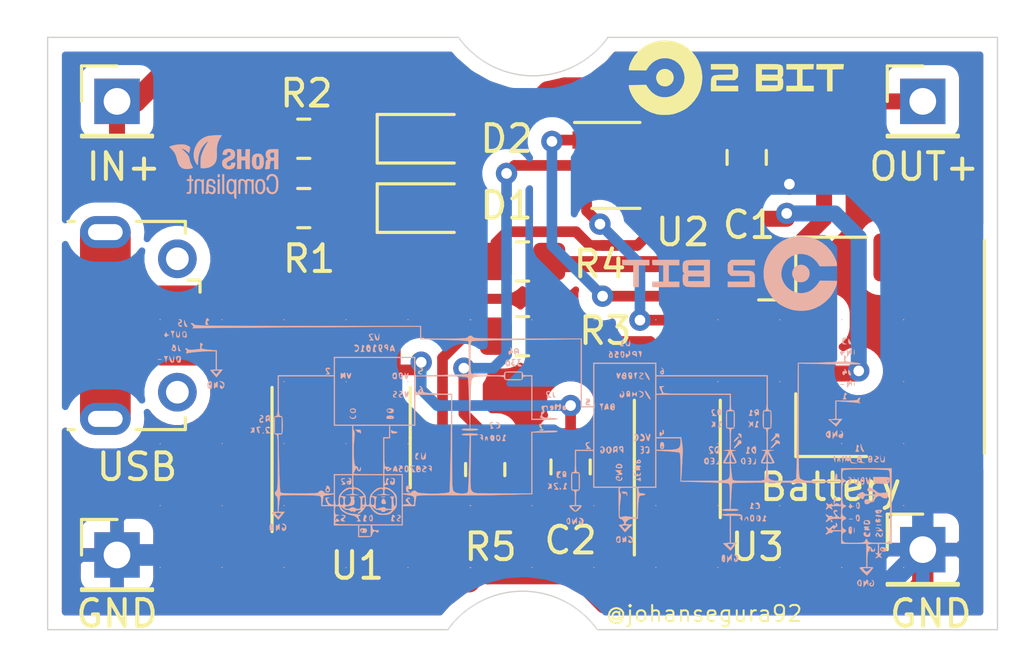
<source format=kicad_pcb>
(kicad_pcb (version 20171130) (host pcbnew "(5.1.10)-1")
  (layers (0 F.Cu signal) (31 B.Cu signal) (34 B.Paste user) (35 F.Paste user) (36 B.SilkS user) (37 F.SilkS user) (38 B.Mask user) (39 F.Mask user) (44 Edge.Cuts user))
  (net 0 "")
  (net 1 "Net-(U2-Pad1)")
  (net 2 "Net-(R5-Pad2)")
  (net 3 "Net-(U2-Pad3)")
  (net 4 "Net-(C2-Pad2)")
  (net 5 "Net-(C2-Pad1)")
  (net 6 GND)
  (net 7 "Net-(C1-Pad1)")
  (net 8 "Net-(D1-Pad1)")
  (net 9 "Net-(D2-Pad1)")
  (net 10 "Net-(J1-Pad6)")
  (net 11 "Net-(J1-Pad4)")
  (net 12 "Net-(J1-Pad3)")
  (net 13 "Net-(J1-Pad2)")
  (net 14 "Net-(J2-Pad1)")
  (net 15 "Net-(R1-Pad2)")
  (net 16 "Net-(R2-Pad2)")
  (net 17 "Net-(R3-Pad2)")
  (net 18 "Net-(U3-Pad1)")
  (module wrx:rohs (layer B.Cu) (at 121 74.25 180)
    (fp_text reference G*** hide)
    (fp_text value LOGO hide)
  )
  (module wrx:2bit_little (layer B.Cu) (at 140 78.25 180)
    (fp_text reference G*** hide)
    (fp_text value LOGO hide)
  )
  (module wrx:sche (layer B.Cu) (at 132.75 84.5 180)
    (fp_text reference G*** hide)
    (fp_text value LOGO hide)
  )
  (module wrx:2bit_little (layer F.Cu) (at 140.168678 70.910568)
    (fp_text reference G*** hide)
    (fp_text value LOGO hide)
  )
  (module Connector_USB:USB_Micro-B_Molex-105017-0001 (layer F.Cu) (at 117.8 80.2 270)
    (fp_text reference USB (at 5.3 0.05 180) (layer F.SilkS))
    (fp_text value USB_B_Mini)
    (pad 6 smd rect (at -2.9 1.2375 270) (size 1.2 1.9) (layers F.Cu F.Mask) (net 10 "Net-(J1-Pad6)"))
    (pad 6 smd rect (at 2.9 1.2375 270) (size 1.2 1.9) (layers F.Cu F.Mask) (net 10 "Net-(J1-Pad6)"))
    (pad 6 thru_hole oval (at 3.5 1.2375 270) (size 1.2 1.9) (drill oval 0.6 1.3) (layers *.Cu *.Mask) (net 10 "Net-(J1-Pad6)"))
    (pad 6 thru_hole oval (at -3.5 1.2375 90) (size 1.2 1.9) (drill oval 0.6 1.3) (layers *.Cu *.Mask) (net 10 "Net-(J1-Pad6)"))
    (pad 6 smd rect (at -1 1.2375 270) (size 1.5 1.9) (layers F.Cu F.Paste F.Mask) (net 10 "Net-(J1-Pad6)"))
    (pad 6 thru_hole circle (at 2.5 -1.4625 270) (size 1.45 1.45) (drill 0.85) (layers *.Cu *.Mask) (net 10 "Net-(J1-Pad6)"))
    (pad 3 smd rect (at 0 -1.4625 270) (size 0.4 1.35) (layers F.Cu F.Paste F.Mask) (net 12 "Net-(J1-Pad3)"))
    (pad 4 smd rect (at 0.65 -1.4625 270) (size 0.4 1.35) (layers F.Cu F.Paste F.Mask) (net 11 "Net-(J1-Pad4)"))
    (pad 5 smd rect (at 1.3 -1.4625 270) (size 0.4 1.35) (layers F.Cu F.Paste F.Mask) (net 6 GND))
    (pad 1 smd rect (at -1.3 -1.4625 270) (size 0.4 1.35) (layers F.Cu F.Paste F.Mask) (net 7 "Net-(C1-Pad1)"))
    (pad 2 smd rect (at -0.65 -1.4625 270) (size 0.4 1.35) (layers F.Cu F.Paste F.Mask) (net 13 "Net-(J1-Pad2)"))
    (pad 6 thru_hole circle (at -2.5 -1.4625 270) (size 1.45 1.45) (drill 0.85) (layers *.Cu *.Mask) (net 10 "Net-(J1-Pad6)"))
    (pad 6 smd rect (at 1 1.2375 270) (size 1.5 1.9) (layers F.Cu F.Paste F.Mask) (net 10 "Net-(J1-Pad6)"))
  )
  (module Connector_PinHeader_2.54mm:PinHeader_1x01_P2.54mm_Vertical (layer F.Cu) (at 147.2 88.6)
    (fp_text reference GND (at 0.3 2.4 180) (layer F.SilkS))
    (fp_text value OUT-)
    (pad 1 thru_hole rect (at 0 0) (size 1.7 1.7) (drill 1) (layers *.Cu *.Mask) (net 6 GND))
  )
  (module Connector_PinHeader_2.54mm:PinHeader_1x01_P2.54mm_Vertical (layer F.Cu) (at 147.2 71.8)
    (fp_text reference OUT+ (at 0.05 2.45) (layer F.SilkS))
    (fp_text value OUT+)
    (pad 1 thru_hole rect (at 0 0) (size 1.7 1.7) (drill 1) (layers *.Cu *.Mask) (net 5 "Net-(C2-Pad1)"))
  )
  (module Connector_PinHeader_2.54mm:PinHeader_1x01_P2.54mm_Vertical (layer F.Cu) (at 117 88.8)
    (fp_text reference GND (at 0 2.2) (layer F.SilkS))
    (fp_text value IN-)
    (pad 1 thru_hole rect (at 0 0) (size 1.7 1.7) (drill 1) (layers *.Cu *.Mask) (net 6 GND))
  )
  (module Connector_PinHeader_2.54mm:PinHeader_1x01_P2.54mm_Vertical (layer F.Cu) (at 117 71.8)
    (fp_text reference IN+ (at 0.25 2.45) (layer F.SilkS))
    (fp_text value IN+)
    (pad 1 thru_hole rect (at 0 0) (size 1.7 1.7) (drill 1) (layers *.Cu *.Mask) (net 7 "Net-(C1-Pad1)"))
  )
  (module Connector_Molex:Molex_CLIK-Mate_502443-0270_1x02-1MP_P2.00mm_Vertical (layer F.Cu) (at 145 81 270)
    (fp_text reference Battery (at 5.25 1.25 180) (layer F.SilkS))
    (fp_text value Battery)
    (pad MP smd roundrect (at 3.35 -2.15 270) (size 1.8 3.6) (layers F.Cu F.Paste F.Mask) (roundrect_rratio 0.138889))
    (pad MP smd roundrect (at -3.35 -2.15 270) (size 1.8 3.6) (layers F.Cu F.Paste F.Mask) (roundrect_rratio 0.138889))
    (pad 2 smd roundrect (at 1 2.5 270) (size 1 2.9) (layers F.Cu F.Paste F.Mask) (net 4 "Net-(C2-Pad2)"))
    (pad 1 smd roundrect (at -1 2.5 270) (size 1 2.9) (layers F.Cu F.Paste F.Mask) (net 14 "Net-(J2-Pad1)"))
  )
  (module Package_SO:TSSOP-8_4.4x3mm_P0.65mm (layer F.Cu) (at 138 85.2 90)
    (fp_text reference U3 (at -3.3 3 180) (layer F.SilkS))
    (fp_text value FS8205A)
    (pad 8 smd roundrect (at 2.8625 -0.975 90) (size 1.475 0.4) (layers F.Cu F.Paste F.Mask) (net 18 "Net-(U3-Pad1)"))
    (pad 7 smd roundrect (at 2.8625 -0.325 90) (size 1.475 0.4) (layers F.Cu F.Paste F.Mask) (net 6 GND))
    (pad 6 smd roundrect (at 2.8625 0.325 90) (size 1.475 0.4) (layers F.Cu F.Paste F.Mask) (net 6 GND))
    (pad 5 smd roundrect (at 2.8625 0.975 90) (size 1.475 0.4) (layers F.Cu F.Paste F.Mask) (net 3 "Net-(U2-Pad3)"))
    (pad 4 smd roundrect (at -2.8625 0.975 90) (size 1.475 0.4) (layers F.Cu F.Paste F.Mask) (net 1 "Net-(U2-Pad1)"))
    (pad 3 smd roundrect (at -2.8625 0.325 90) (size 1.475 0.4) (layers F.Cu F.Paste F.Mask) (net 4 "Net-(C2-Pad2)"))
    (pad 2 smd roundrect (at -2.8625 -0.325 90) (size 1.475 0.4) (layers F.Cu F.Paste F.Mask) (net 4 "Net-(C2-Pad2)"))
    (pad 1 smd roundrect (at -2.8625 -0.975 90) (size 1.475 0.4) (layers F.Cu F.Paste F.Mask) (net 18 "Net-(U3-Pad1)"))
  )
  (module Package_SO:SOP-8_3.76x4.96mm_P1.27mm (layer F.Cu) (at 125.4 84.4 90)
    (fp_text reference U1 (at -4.8 0.6 180) (layer F.SilkS))
    (fp_text value TP4056)
    (pad 8 smd roundrect (at 2.5375 -1.905 90) (size 1.975 0.65) (layers F.Cu F.Paste F.Mask) (net 7 "Net-(C1-Pad1)"))
    (pad 7 smd roundrect (at 2.5375 -0.635 90) (size 1.975 0.65) (layers F.Cu F.Paste F.Mask) (net 16 "Net-(R2-Pad2)"))
    (pad 6 smd roundrect (at 2.5375 0.635 90) (size 1.975 0.65) (layers F.Cu F.Paste F.Mask) (net 15 "Net-(R1-Pad2)"))
    (pad 5 smd roundrect (at 2.5375 1.905 90) (size 1.975 0.65) (layers F.Cu F.Paste F.Mask) (net 5 "Net-(C2-Pad1)"))
    (pad 4 smd roundrect (at -2.5375 1.905 90) (size 1.975 0.65) (layers F.Cu F.Paste F.Mask) (net 7 "Net-(C1-Pad1)"))
    (pad 3 smd roundrect (at -2.5375 0.635 90) (size 1.975 0.65) (layers F.Cu F.Paste F.Mask) (net 6 GND))
    (pad 2 smd roundrect (at -2.5375 -0.635 90) (size 1.975 0.65) (layers F.Cu F.Paste F.Mask) (net 17 "Net-(R3-Pad2)"))
    (pad 1 smd roundrect (at -2.5375 -1.905 90) (size 1.975 0.65) (layers F.Cu F.Paste F.Mask) (net 6 GND))
  )
  (module Resistor_SMD:R_0805_2012Metric_Pad1.20x1.40mm_HandSolder (layer F.Cu) (at 130.8 85.6 90)
    (fp_text reference R5 (at -2.9 0.2 180) (layer F.SilkS))
    (fp_text value 2.7K)
    (pad 2 smd roundrect (at 1 0 90) (size 1.2 1.4) (layers F.Cu F.Paste F.Mask) (roundrect_rratio 0.208333) (net 2 "Net-(R5-Pad2)"))
    (pad 1 smd roundrect (at -1 0 90) (size 1.2 1.4) (layers F.Cu F.Paste F.Mask) (roundrect_rratio 0.208333) (net 6 GND))
  )
  (module Resistor_SMD:R_0805_2012Metric_Pad1.20x1.40mm_HandSolder (layer F.Cu) (at 132.2 77.8)
    (fp_text reference R4 (at 2.9 0.1) (layer F.SilkS))
    (fp_text value 330)
    (pad 2 smd roundrect (at 1 0) (size 1.2 1.4) (layers F.Cu F.Paste F.Mask) (roundrect_rratio 0.208333) (net 14 "Net-(J2-Pad1)"))
    (pad 1 smd roundrect (at -1 0) (size 1.2 1.4) (layers F.Cu F.Paste F.Mask) (roundrect_rratio 0.208333) (net 5 "Net-(C2-Pad1)"))
  )
  (module Resistor_SMD:R_0805_2012Metric_Pad1.20x1.40mm_HandSolder (layer F.Cu) (at 132.2 80.6 180)
    (fp_text reference R3 (at -3.1 0.2) (layer F.SilkS))
    (fp_text value 1.2K)
    (pad 2 smd roundrect (at 1 0 180) (size 1.2 1.4) (layers F.Cu F.Paste F.Mask) (roundrect_rratio 0.208333) (net 17 "Net-(R3-Pad2)"))
    (pad 1 smd roundrect (at -1 0 180) (size 1.2 1.4) (layers F.Cu F.Paste F.Mask) (roundrect_rratio 0.208333) (net 6 GND))
  )
  (module Resistor_SMD:R_0805_2012Metric_Pad1.20x1.40mm_HandSolder (layer F.Cu) (at 124 73.2 180)
    (fp_text reference R2 (at -0.1 1.7) (layer F.SilkS))
    (fp_text value 1K)
    (pad 2 smd roundrect (at 1 0 180) (size 1.2 1.4) (layers F.Cu F.Paste F.Mask) (roundrect_rratio 0.208333) (net 16 "Net-(R2-Pad2)"))
    (pad 1 smd roundrect (at -1 0 180) (size 1.2 1.4) (layers F.Cu F.Paste F.Mask) (roundrect_rratio 0.208333) (net 9 "Net-(D2-Pad1)"))
  )
  (module Resistor_SMD:R_0805_2012Metric_Pad1.20x1.40mm_HandSolder (layer F.Cu) (at 124 75.8 180)
    (fp_text reference R1 (at -0.2 -1.9) (layer F.SilkS))
    (fp_text value 1K)
    (pad 2 smd roundrect (at 1 0 180) (size 1.2 1.4) (layers F.Cu F.Paste F.Mask) (roundrect_rratio 0.208333) (net 15 "Net-(R1-Pad2)"))
    (pad 1 smd roundrect (at -1 0 180) (size 1.2 1.4) (layers F.Cu F.Paste F.Mask) (roundrect_rratio 0.208333) (net 8 "Net-(D1-Pad1)"))
  )
  (module LED_SMD:LED_0805_2012Metric_Castellated (layer F.Cu) (at 128.6375 73.2)
    (fp_text reference D2 (at 2.9625 0) (layer F.SilkS))
    (fp_text value LED)
    (pad 2 smd roundrect (at 0.9625 0) (size 1.325 1.3) (layers F.Cu F.Paste F.Mask) (roundrect_rratio 0.192308) (net 7 "Net-(C1-Pad1)"))
    (pad 1 smd roundrect (at -0.9625 0) (size 1.325 1.3) (layers F.Cu F.Paste F.Mask) (roundrect_rratio 0.192308) (net 9 "Net-(D2-Pad1)"))
  )
  (module LED_SMD:LED_0805_2012Metric_Castellated (layer F.Cu) (at 128.6375 75.8)
    (fp_text reference D1 (at 2.9625 -0.1) (layer F.SilkS))
    (fp_text value LED)
    (pad 2 smd roundrect (at 0.9625 0) (size 1.325 1.3) (layers F.Cu F.Paste F.Mask) (roundrect_rratio 0.192308) (net 7 "Net-(C1-Pad1)"))
    (pad 1 smd roundrect (at -0.9625 0) (size 1.325 1.3) (layers F.Cu F.Paste F.Mask) (roundrect_rratio 0.192308) (net 8 "Net-(D1-Pad1)"))
  )
  (module Capacitor_SMD:C_0805_2012Metric (layer F.Cu) (at 134 85.5 270)
    (fp_text reference C2 (at 2.75 0 180) (layer F.SilkS))
    (fp_text value 100nF)
    (pad 2 smd roundrect (at 0.95 0 270) (size 1 1.45) (layers F.Cu F.Paste F.Mask) (net 4 "Net-(C2-Pad2)"))
    (pad 1 smd roundrect (at -0.95 0 270) (size 1 1.45) (layers F.Cu F.Paste F.Mask) (net 5 "Net-(C2-Pad1)"))
  )
  (module Capacitor_SMD:C_0805_2012Metric (layer F.Cu) (at 140.6 73.9 270)
    (fp_text reference C1 (at 2.52928 -0.087318 180) (layer F.SilkS))
    (fp_text value 100nF)
    (pad 2 smd roundrect (at 0.95 0 270) (size 1 1.45) (layers F.Cu F.Paste F.Mask) (net 6 GND))
    (pad 1 smd roundrect (at -0.95 0 270) (size 1 1.45) (layers F.Cu F.Paste F.Mask) (net 7 "Net-(C1-Pad1)"))
  )
  (module Package_TO_SOT_SMD:SOT-23-6 (layer F.Cu) (at 135.7 74.2)
    (fp_text reference U2 (at 2.5 2.5) (layer F.SilkS))
    (fp_text value AP9101C)
    (pad 1 smd rect (at -1.1 -0.95) (size 1.06 0.65) (layers F.Cu F.Paste F.Mask) (net 1 "Net-(U2-Pad1)"))
    (pad 2 smd rect (at -1.1 0) (size 1.06 0.65) (layers F.Cu F.Paste F.Mask) (net 2 "Net-(R5-Pad2)"))
    (pad 3 smd rect (at -1.1 0.95) (size 1.06 0.65) (layers F.Cu F.Paste F.Mask) (net 3 "Net-(U2-Pad3)"))
    (pad 4 smd rect (at 1.1 0.95) (size 1.06 0.65) (layers F.Cu F.Paste F.Mask))
    (pad 6 smd rect (at 1.1 -0.95) (size 1.06 0.65) (layers F.Cu F.Paste F.Mask) (net 4 "Net-(C2-Pad2)"))
    (pad 5 smd rect (at 1.1 0) (size 1.06 0.65) (layers F.Cu F.Paste F.Mask) (net 5 "Net-(C2-Pad1)"))
  )
  (gr_text @johansegura92 (at 139 91) (layer F.SilkS) (effects (font (size 0.6 0.6) (thickness 0.075))))
  (gr_line (start 135.4 69.4) (end 150 69.4) (layer Edge.Cuts) (width 0.05))
  (gr_line (start 135 91.6) (end 150 91.6) (layer Edge.Cuts) (width 0.05))
  (gr_arc (start 132.6 67.4) (end 129.8 69.4) (angle -108.9246444) (layer Edge.Cuts) (width 0.05))
  (gr_arc (start 132.2 93.6) (end 135 91.6) (angle -108.9246444) (layer Edge.Cuts) (width 0.05))
  (gr_line (start 114.4 91.6) (end 114.4 69.4) (layer Edge.Cuts) (width 0.05))
  (gr_line (start 129.4 91.6) (end 114.4 91.6) (layer Edge.Cuts) (width 0.05))
  (gr_line (start 150 69.4) (end 150 91.6) (layer Edge.Cuts) (width 0.05))
  (gr_line (start 114.4 69.4) (end 129.8 69.4) (layer Edge.Cuts) (width 0.05))
  (via (at 133.3 73.3) (size 0.8) (drill 0.4) (layers F.Cu B.Cu) (net 1))
  (segment (start 133.35 73.25) (end 133.3 73.3) (width 0.4) (layer F.Cu) (net 1))
  (segment (start 134.6 73.25) (end 133.35 73.25) (width 0.4) (layer F.Cu) (net 1))
  (segment (start 133.3 73.3) (end 133.3 76.9) (width 0.4) (layer B.Cu) (net 1))
  (segment (start 133.3 76.9) (end 133.3 77.2) (width 0.4) (layer B.Cu) (net 1))
  (via (at 135.2 79.1) (size 0.8) (drill 0.4) (layers F.Cu B.Cu) (net 1))
  (segment (start 133.3 77.2) (end 135.2 79.1) (width 0.4) (layer B.Cu) (net 1))
  (segment (start 138.975 88.0625) (end 140.191062 86.846438) (width 0.4) (layer F.Cu) (net 1))
  (segment (start 140.191062 86.846438) (end 140.191062 81.191062) (width 0.4) (layer F.Cu) (net 1))
  (segment (start 140.191062 81.191062) (end 138.1 79.1) (width 0.4) (layer F.Cu) (net 1))
  (segment (start 138.1 79.1) (end 135.2 79.1) (width 0.4) (layer F.Cu) (net 1))
  (segment (start 130.8 84.6) (end 130.8 84.3) (width 0.4) (layer F.Cu) (net 2))
  (segment (start 130.8 84.3) (end 130 83.5) (width 0.4) (layer F.Cu) (net 2))
  (segment (start 130 83.5) (end 130 82.4) (width 0.4) (layer F.Cu) (net 2))
  (segment (start 130 82.4) (end 130 81.8) (width 0.4) (layer F.Cu) (net 2))
  (via (at 130 81.8) (size 0.8) (drill 0.4) (layers F.Cu B.Cu) (net 2))
  (via (at 131.6 74.5) (size 0.8) (drill 0.4) (layers F.Cu B.Cu) (net 2))
  (segment (start 131.9 74.2) (end 134.6 74.2) (width 0.4) (layer F.Cu) (net 2))
  (segment (start 131.6 74.5) (end 131.9 74.2) (width 0.4) (layer F.Cu) (net 2))
  (segment (start 131.6 81.3) (end 131.6 74.5) (width 0.4) (layer B.Cu) (net 2))
  (segment (start 131.1 81.8) (end 131.6 81.3) (width 0.4) (layer B.Cu) (net 2))
  (segment (start 130 81.8) (end 131.1 81.8) (width 0.4) (layer B.Cu) (net 2))
  (segment (start 138.975 82.3375) (end 138.975 81.275) (width 0.4) (layer F.Cu) (net 3))
  (segment (start 138.975 81.275) (end 137.7 80) (width 0.4) (layer F.Cu) (net 3))
  (via (at 136.6 80) (size 0.8) (drill 0.4) (layers F.Cu B.Cu) (net 3))
  (segment (start 137.7 80) (end 136.6 80) (width 0.4) (layer F.Cu) (net 3))
  (segment (start 136.6 77.9) (end 135.1 76.4) (width 0.4) (layer B.Cu) (net 3))
  (segment (start 136.6 80) (end 136.6 77.9) (width 0.4) (layer B.Cu) (net 3))
  (via (at 135.1 76.4) (size 0.8) (drill 0.4) (layers F.Cu B.Cu) (net 3))
  (segment (start 134.6 75.9) (end 135.1 76.4) (width 0.4) (layer F.Cu) (net 3))
  (segment (start 134.6 75.15) (end 134.6 75.9) (width 0.4) (layer F.Cu) (net 3))
  (segment (start 137.675 88.0625) (end 138.325 88.0625) (width 0.4) (layer F.Cu) (net 4))
  (segment (start 137.675 88.0625) (end 137.675 88.925) (width 0.4) (layer F.Cu) (net 4))
  (segment (start 137.675 88.925) (end 137.3 89.3) (width 0.4) (layer F.Cu) (net 4))
  (segment (start 137.3 89.3) (end 135.7 89.3) (width 0.4) (layer F.Cu) (net 4))
  (segment (start 134 87.6) (end 134 86.45) (width 0.4) (layer F.Cu) (net 4))
  (segment (start 135.7 89.3) (end 134 87.6) (width 0.4) (layer F.Cu) (net 4))
  (segment (start 142.5 87.4) (end 142.5 82) (width 0.4) (layer F.Cu) (net 4))
  (segment (start 140.575 89.325) (end 142.5 87.4) (width 0.4) (layer F.Cu) (net 4))
  (segment (start 138.475 89.325) (end 140.575 89.325) (width 0.4) (layer F.Cu) (net 4))
  (segment (start 138.325 89.175) (end 138.475 89.325) (width 0.4) (layer F.Cu) (net 4))
  (segment (start 138.325 88.0625) (end 138.325 89.175) (width 0.4) (layer F.Cu) (net 4))
  (via (at 142.1 76) (size 0.8) (drill 0.4) (layers F.Cu B.Cu) (net 4))
  (via (at 144.8 81.9) (size 0.8) (drill 0.4) (layers F.Cu B.Cu) (net 4))
  (segment (start 144.7 82) (end 144.8 81.9) (width 0.6) (layer F.Cu) (net 4))
  (segment (start 142.5 82) (end 144.7 82) (width 0.6) (layer F.Cu) (net 4))
  (segment (start 139.464322 76.2) (end 139.8 76.2) (width 0.6) (layer F.Cu) (net 4))
  (segment (start 139.8 76.2) (end 142.1 76.2) (width 0.6) (layer F.Cu) (net 4))
  (segment (start 138.65 73.25) (end 136.8 73.25) (width 0.6) (layer F.Cu) (net 4))
  (segment (start 139 73.6) (end 138.65 73.25) (width 0.6) (layer F.Cu) (net 4))
  (segment (start 139 75.7) (end 139 73.6) (width 0.6) (layer F.Cu) (net 4))
  (segment (start 139.5 76.2) (end 139 75.7) (width 0.6) (layer F.Cu) (net 4))
  (segment (start 139.8 76.2) (end 139.5 76.2) (width 0.6) (layer F.Cu) (net 4))
  (segment (start 142.1 76) (end 143.9 76) (width 0.6) (layer B.Cu) (net 4))
  (segment (start 144.8 76.9) (end 144.8 79.5) (width 0.6) (layer B.Cu) (net 4))
  (segment (start 143.9 76) (end 144.8 76.9) (width 0.6) (layer B.Cu) (net 4))
  (segment (start 144.8 79.5) (end 144.8 81.9) (width 0.6) (layer B.Cu) (net 4))
  (segment (start 127.305 81.8625) (end 127.305 78.695) (width 0.4) (layer F.Cu) (net 5))
  (segment (start 128.2 77.8) (end 131.2 77.8) (width 0.4) (layer F.Cu) (net 5))
  (segment (start 127.305 78.695) (end 128.2 77.8) (width 0.4) (layer F.Cu) (net 5))
  (segment (start 128.114186 81.8625) (end 128.399988 81.576698) (width 0.4) (layer F.Cu) (net 5))
  (segment (start 127.305 81.8625) (end 128.114186 81.8625) (width 0.4) (layer F.Cu) (net 5))
  (via (at 128.399988 81.576698) (size 0.8) (drill 0.4) (layers F.Cu B.Cu) (net 5))
  (via (at 134 83.2) (size 0.8) (drill 0.4) (layers F.Cu B.Cu) (net 5))
  (segment (start 134 84.55) (end 134 83.2) (width 0.4) (layer F.Cu) (net 5))
  (segment (start 134 83.2) (end 129 83.2) (width 0.4) (layer B.Cu) (net 5))
  (segment (start 128.399988 82.599988) (end 128.399988 81.576698) (width 0.4) (layer B.Cu) (net 5))
  (segment (start 129 83.2) (end 128.399988 82.599988) (width 0.4) (layer B.Cu) (net 5))
  (segment (start 137.7 74.2) (end 138 74.5) (width 0.6) (layer F.Cu) (net 5))
  (segment (start 136.8 74.2) (end 137.7 74.2) (width 0.6) (layer F.Cu) (net 5))
  (segment (start 138.1 76.6) (end 138.1 74.6) (width 0.6) (layer F.Cu) (net 5))
  (segment (start 138.1 74.6) (end 138 74.5) (width 0.6) (layer F.Cu) (net 5))
  (segment (start 135.200001 77.200001) (end 136.499999 77.200001) (width 0.4) (layer F.Cu) (net 5))
  (segment (start 135.200001 77.200001) (end 135.484001 77.200001) (width 0.4) (layer F.Cu) (net 5))
  (segment (start 137.1 76.6) (end 138.1 76.6) (width 0.4) (layer F.Cu) (net 5))
  (segment (start 136.499999 77.200001) (end 137.1 76.6) (width 0.4) (layer F.Cu) (net 5))
  (segment (start 134.715999 77.200001) (end 135.200001 77.200001) (width 0.4) (layer F.Cu) (net 5))
  (segment (start 134.199999 76.684001) (end 134.715999 77.200001) (width 0.4) (layer F.Cu) (net 5))
  (segment (start 131.615999 76.684001) (end 134.199999 76.684001) (width 0.4) (layer F.Cu) (net 5))
  (segment (start 131.2 77.1) (end 131.615999 76.684001) (width 0.4) (layer F.Cu) (net 5))
  (segment (start 131.2 77.8) (end 131.2 77.1) (width 0.4) (layer F.Cu) (net 5))
  (segment (start 138.7 77.2) (end 138.1 76.6) (width 0.6) (layer F.Cu) (net 5))
  (segment (start 139.3 77.8) (end 138.7 77.2) (width 0.6) (layer F.Cu) (net 5))
  (segment (start 141.9 77.8) (end 139.3 77.8) (width 0.6) (layer F.Cu) (net 5))
  (segment (start 143.5 76.2) (end 141.9 77.8) (width 0.6) (layer F.Cu) (net 5))
  (segment (start 143.5 72.9) (end 143.5 76.2) (width 0.6) (layer F.Cu) (net 5))
  (segment (start 144.6 71.8) (end 143.5 72.9) (width 0.6) (layer F.Cu) (net 5))
  (segment (start 147.2 71.8) (end 144.6 71.8) (width 0.6) (layer F.Cu) (net 5))
  (segment (start 130.8 86.6) (end 130.8 87.7) (width 0.8) (layer F.Cu) (net 6))
  (segment (start 130.8 87.7) (end 130.8 88.3) (width 0.8) (layer F.Cu) (net 6))
  (segment (start 120.7 88.8) (end 117 88.8) (width 0.8) (layer F.Cu) (net 6))
  (segment (start 122.5 89.8) (end 121.5 88.8) (width 0.8) (layer F.Cu) (net 6))
  (segment (start 121.5 88.8) (end 120.7 88.8) (width 0.8) (layer F.Cu) (net 6))
  (segment (start 130.8 87.7) (end 130.8 89.2) (width 0.8) (layer F.Cu) (net 6))
  (segment (start 130.8 89.3) (end 130.9 89.4) (width 0.8) (layer F.Cu) (net 6))
  (segment (start 130.8 89.2) (end 130.8 89.3) (width 0.8) (layer F.Cu) (net 6))
  (segment (start 123.495 89.595) (end 123.7 89.8) (width 0.8) (layer F.Cu) (net 6))
  (segment (start 123.495 86.9375) (end 123.495 89.595) (width 0.8) (layer F.Cu) (net 6))
  (segment (start 123.495 89.605) (end 123.3 89.8) (width 0.8) (layer F.Cu) (net 6))
  (segment (start 123.495 89.595) (end 123.495 89.605) (width 0.8) (layer F.Cu) (net 6))
  (segment (start 123.7 89.8) (end 123.3 89.8) (width 0.8) (layer F.Cu) (net 6))
  (segment (start 123.495 89.595) (end 123.695 89.595) (width 0.8) (layer F.Cu) (net 6))
  (segment (start 123.9 89.8) (end 123.7 89.8) (width 0.8) (layer F.Cu) (net 6))
  (segment (start 123.695 89.595) (end 123.9 89.8) (width 0.8) (layer F.Cu) (net 6))
  (segment (start 130.2 89.8) (end 123.9 89.8) (width 0.8) (layer F.Cu) (net 6))
  (segment (start 123.305 89.595) (end 123.1 89.8) (width 0.8) (layer F.Cu) (net 6))
  (segment (start 123.1 89.8) (end 122.5 89.8) (width 0.8) (layer F.Cu) (net 6))
  (segment (start 123.495 89.595) (end 123.305 89.595) (width 0.8) (layer F.Cu) (net 6))
  (segment (start 123.3 89.8) (end 123.1 89.8) (width 0.8) (layer F.Cu) (net 6))
  (segment (start 126.035 86.9375) (end 126.035 85.635) (width 0.4) (layer F.Cu) (net 6))
  (segment (start 126.035 85.635) (end 125.6 85.2) (width 0.4) (layer F.Cu) (net 6))
  (segment (start 125.6 85.2) (end 123.9 85.2) (width 0.4) (layer F.Cu) (net 6))
  (segment (start 123.495 85.605) (end 123.495 86.9375) (width 0.4) (layer F.Cu) (net 6))
  (segment (start 123.9 85.2) (end 123.495 85.605) (width 0.4) (layer F.Cu) (net 6))
  (segment (start 119.7 81.5) (end 120.8 81.5) (width 0.4) (layer F.Cu) (net 6))
  (segment (start 120.8 81.5) (end 121.9 82.6) (width 0.4) (layer F.Cu) (net 6))
  (segment (start 121.9 82.6) (end 121.9 86.3) (width 0.4) (layer F.Cu) (net 6))
  (segment (start 122.5375 86.9375) (end 123.495 86.9375) (width 0.4) (layer F.Cu) (net 6))
  (segment (start 121.9 86.3) (end 122.5375 86.9375) (width 0.4) (layer F.Cu) (net 6))
  (segment (start 132 86.6) (end 130.8 86.6) (width 0.6) (layer F.Cu) (net 6))
  (segment (start 132.4 86.2) (end 132 86.6) (width 0.6) (layer F.Cu) (net 6))
  (segment (start 133.2 81.3) (end 133.2 80.6) (width 0.6) (layer F.Cu) (net 6))
  (segment (start 132.4 82.1) (end 133.2 81.3) (width 0.6) (layer F.Cu) (net 6))
  (segment (start 132.4 83) (end 132.4 82.1) (width 0.6) (layer F.Cu) (net 6))
  (segment (start 132.4 82.8) (end 132.4 83) (width 0.6) (layer F.Cu) (net 6))
  (segment (start 132.4 83) (end 132.4 86.2) (width 0.6) (layer F.Cu) (net 6))
  (segment (start 138.325 82.3375) (end 137.675 82.3375) (width 0.4) (layer F.Cu) (net 6))
  (segment (start 134.2 89.5) (end 130.9 89.5) (width 0.8) (layer F.Cu) (net 6))
  (segment (start 135.3 90.6) (end 134.2 89.5) (width 0.8) (layer F.Cu) (net 6))
  (segment (start 146.5 90.6) (end 135.3 90.6) (width 0.8) (layer F.Cu) (net 6))
  (segment (start 147.2 89.9) (end 146.5 90.6) (width 0.8) (layer F.Cu) (net 6))
  (segment (start 147.2 88.6) (end 147.2 89.9) (width 0.8) (layer F.Cu) (net 6))
  (segment (start 130.9 89.5) (end 130.7 89.3) (width 0.8) (layer F.Cu) (net 6))
  (segment (start 130.7 89.3) (end 130.2 89.8) (width 0.8) (layer F.Cu) (net 6))
  (segment (start 130.8 89.2) (end 130.7 89.3) (width 0.8) (layer F.Cu) (net 6))
  (segment (start 137.675 82.3375) (end 137.675 81.491) (width 0.4) (layer F.Cu) (net 6))
  (segment (start 137.675 81.491) (end 136.984002 80.800002) (width 0.4) (layer F.Cu) (net 6))
  (segment (start 136.984002 80.800002) (end 133.400002 80.800002) (width 0.4) (layer F.Cu) (net 6))
  (segment (start 133.400002 80.800002) (end 133.2 80.6) (width 0.4) (layer F.Cu) (net 6))
  (via (at 142.2 74.9) (size 0.8) (drill 0.4) (layers F.Cu B.Cu) (net 6))
  (segment (start 142.15 74.85) (end 142.2 74.9) (width 0.6) (layer F.Cu) (net 6))
  (segment (start 140.6 74.85) (end 142.15 74.85) (width 0.6) (layer F.Cu) (net 6))
  (segment (start 120.1 88.8) (end 117 88.8) (width 0.8) (layer B.Cu) (net 6))
  (segment (start 133.9 88.8) (end 135.4 90.3) (width 0.8) (layer B.Cu) (net 6))
  (segment (start 145.5 90.3) (end 147.2 88.6) (width 0.8) (layer B.Cu) (net 6))
  (segment (start 135.4 90.3) (end 145.5 90.3) (width 0.8) (layer B.Cu) (net 6))
  (segment (start 147.2 76.5) (end 147.2 88.6) (width 0.8) (layer B.Cu) (net 6))
  (segment (start 145.6 74.9) (end 147.2 76.5) (width 0.8) (layer B.Cu) (net 6))
  (segment (start 142.2 74.9) (end 145.6 74.9) (width 0.8) (layer B.Cu) (net 6))
  (segment (start 123.2 71.7) (end 121.6 73.3) (width 0.8) (layer B.Cu) (net 6))
  (segment (start 138 71.7) (end 123.2 71.7) (width 0.8) (layer B.Cu) (net 6))
  (segment (start 141.2 74.9) (end 138 71.7) (width 0.8) (layer B.Cu) (net 6))
  (segment (start 142.2 74.9) (end 141.2 74.9) (width 0.8) (layer B.Cu) (net 6))
  (segment (start 121.6 88.5) (end 121.9 88.8) (width 0.8) (layer B.Cu) (net 6))
  (segment (start 121.3 88.8) (end 121.9 88.8) (width 0.8) (layer B.Cu) (net 6))
  (segment (start 121.6 88.5) (end 121.3 88.8) (width 0.8) (layer B.Cu) (net 6))
  (segment (start 121.6 87.9) (end 121.6 88.5) (width 0.8) (layer B.Cu) (net 6))
  (segment (start 121.6 73.3) (end 121.6 87.9) (width 0.8) (layer B.Cu) (net 6))
  (segment (start 121.6 88.2) (end 121 88.8) (width 0.8) (layer B.Cu) (net 6))
  (segment (start 121.6 87.9) (end 121.6 88.2) (width 0.8) (layer B.Cu) (net 6))
  (segment (start 121 88.8) (end 121.3 88.8) (width 0.8) (layer B.Cu) (net 6))
  (segment (start 117 88.8) (end 121 88.8) (width 0.8) (layer B.Cu) (net 6))
  (segment (start 121.6 88.1) (end 122.3 88.8) (width 0.8) (layer B.Cu) (net 6))
  (segment (start 121.6 87.9) (end 121.6 88.1) (width 0.8) (layer B.Cu) (net 6))
  (segment (start 122.3 88.8) (end 133.9 88.8) (width 0.8) (layer B.Cu) (net 6))
  (segment (start 121.9 88.8) (end 122.3 88.8) (width 0.8) (layer B.Cu) (net 6))
  (segment (start 117 71.8) (end 117.7 71.8) (width 0.8) (layer F.Cu) (net 7))
  (segment (start 117.7 71.8) (end 118.9 70.6) (width 0.8) (layer F.Cu) (net 7))
  (segment (start 118.9 70.6) (end 128.4 70.6) (width 0.8) (layer F.Cu) (net 7))
  (segment (start 129.6 71.8) (end 129.6 73.2) (width 0.8) (layer F.Cu) (net 7))
  (segment (start 128.4 70.6) (end 129.6 71.8) (width 0.8) (layer F.Cu) (net 7))
  (segment (start 129.6 75.8) (end 129.6 73.2) (width 0.8) (layer F.Cu) (net 7))
  (segment (start 129.6 73.2) (end 131.4 73.2) (width 0.8) (layer F.Cu) (net 7))
  (segment (start 133.787926 71.3) (end 139.1 71.3) (width 0.8) (layer F.Cu) (net 7))
  (segment (start 131.4 73.2) (end 133.158904 71.441096) (width 0.8) (layer F.Cu) (net 7))
  (segment (start 139.1 71.3) (end 140.2 72.4) (width 0.8) (layer F.Cu) (net 7))
  (segment (start 133.158904 71.441096) (end 133.787926 71.3) (width 0.8) (layer F.Cu) (net 7))
  (segment (start 140.2 72.4) (end 140.2 73.05) (width 0.8) (layer F.Cu) (net 7))
  (segment (start 127.305 86.9375) (end 127.305 85.405) (width 0.4) (layer F.Cu) (net 7))
  (segment (start 127.305 85.405) (end 126.3 84.4) (width 0.4) (layer F.Cu) (net 7))
  (segment (start 126.3 84.4) (end 124 84.4) (width 0.4) (layer F.Cu) (net 7))
  (segment (start 123.495 83.895) (end 123.495 81.8625) (width 0.4) (layer F.Cu) (net 7))
  (segment (start 124 84.4) (end 123.495 83.895) (width 0.4) (layer F.Cu) (net 7))
  (segment (start 119.7 78.9) (end 118.574998 78.9) (width 0.4) (layer F.Cu) (net 7))
  (segment (start 119.7 78.9) (end 121.1 78.9) (width 0.4) (layer F.Cu) (net 7))
  (segment (start 123.495 81.8625) (end 123.495 80.495) (width 0.6) (layer F.Cu) (net 7))
  (segment (start 121.1 78.9) (end 120.387502 78.9) (width 0.6) (layer F.Cu) (net 7))
  (segment (start 123.495 80.495) (end 123 80) (width 0.6) (layer F.Cu) (net 7))
  (segment (start 122.2 80) (end 121.1 78.9) (width 0.6) (layer F.Cu) (net 7))
  (segment (start 123 80) (end 122.2 80) (width 0.6) (layer F.Cu) (net 7))
  (segment (start 120.925251 78.725251) (end 121.1 78.9) (width 0.6) (layer F.Cu) (net 7))
  (segment (start 120.925251 76.981312) (end 120.925251 78.725251) (width 0.6) (layer F.Cu) (net 7))
  (segment (start 118.943939 75) (end 120.925251 76.981312) (width 0.6) (layer F.Cu) (net 7))
  (segment (start 118 75) (end 118.943939 75) (width 0.6) (layer F.Cu) (net 7))
  (segment (start 117 74) (end 118 75) (width 0.6) (layer F.Cu) (net 7))
  (segment (start 117 71.8) (end 117 74) (width 0.6) (layer F.Cu) (net 7))
  (segment (start 125 73.2) (end 127.675 73.2) (width 0.4) (layer F.Cu) (net 9))
  (segment (start 142.5 80) (end 140.3 80) (width 0.6) (layer F.Cu) (net 14))
  (segment (start 133.300012 77.900012) (end 133.2 77.8) (width 0.6) (layer F.Cu) (net 14))
  (segment (start 138.099988 77.900012) (end 133.300012 77.900012) (width 0.6) (layer F.Cu) (net 14))
  (segment (start 138.1 77.9) (end 138.099988 77.900012) (width 0.6) (layer F.Cu) (net 14))
  (segment (start 140.2 80) (end 138.1 77.9) (width 0.6) (layer F.Cu) (net 14))
  (segment (start 123 75.8) (end 123 77.4) (width 0.4) (layer F.Cu) (net 15))
  (segment (start 123 77.4) (end 123.9 78.3) (width 0.4) (layer F.Cu) (net 15))
  (segment (start 123.9 78.3) (end 125.6 78.3) (width 0.4) (layer F.Cu) (net 15))
  (segment (start 126.035 78.735) (end 126.035 81.8625) (width 0.4) (layer F.Cu) (net 15))
  (segment (start 125.6 78.3) (end 126.035 78.735) (width 0.4) (layer F.Cu) (net 15))
  (segment (start 124.765 79.765) (end 124.765 81.8625) (width 0.4) (layer F.Cu) (net 16))
  (segment (start 124.1 79.1) (end 124.765 79.765) (width 0.4) (layer F.Cu) (net 16))
  (segment (start 123.1 79.1) (end 124.1 79.1) (width 0.4) (layer F.Cu) (net 16))
  (segment (start 121.8 77.8) (end 123.1 79.1) (width 0.4) (layer F.Cu) (net 16))
  (segment (start 121.8 73.7) (end 121.8 77.8) (width 0.4) (layer F.Cu) (net 16))
  (segment (start 122.3 73.2) (end 121.8 73.7) (width 0.4) (layer F.Cu) (net 16))
  (segment (start 123 73.2) (end 122.3 73.2) (width 0.4) (layer F.Cu) (net 16))
  (segment (start 129.199998 81.415998) (end 130.015996 80.6) (width 0.4) (layer F.Cu) (net 17))
  (segment (start 129.199998 87.500002) (end 129.199998 81.415998) (width 0.4) (layer F.Cu) (net 17))
  (segment (start 128 88.7) (end 129.199998 87.500002) (width 0.4) (layer F.Cu) (net 17))
  (segment (start 130.015996 80.6) (end 131.2 80.6) (width 0.4) (layer F.Cu) (net 17))
  (segment (start 125.2 88.7) (end 128 88.7) (width 0.4) (layer F.Cu) (net 17))
  (segment (start 124.765 88.265) (end 125.2 88.7) (width 0.4) (layer F.Cu) (net 17))
  (segment (start 124.765 86.9375) (end 124.765 88.265) (width 0.4) (layer F.Cu) (net 17))
  (segment (start 137.025 87.267876) (end 137.025 82.3375) (width 0.4) (layer F.Cu) (net 18))
  (segment (start 137.025 88.0625) (end 137.025 87.267876) (width 0.4) (layer F.Cu) (net 18))
  (zone (net 6) (net_name GND) (layer F.Cu) (connect_pads (clearance 0.508)) (min_thickness 0.254) (fill yes (arc_segments 32) (thermal_gap 0.508) (thermal_bridge_width 0.508))
    (polygon (pts (xy 151 93) (xy 113 93) (xy 113 68) (xy 151 68)))
  )
  (zone (net 6) (net_name GND) (layer B.Cu) (connect_pads (clearance 0.508)) (min_thickness 0.254) (fill yes (arc_segments 32) (thermal_gap 0.508) (thermal_bridge_width 0.508))
    (polygon (pts (xy 150 92) (xy 114 92) (xy 114 69) (xy 150 69)))
  )
)
</source>
